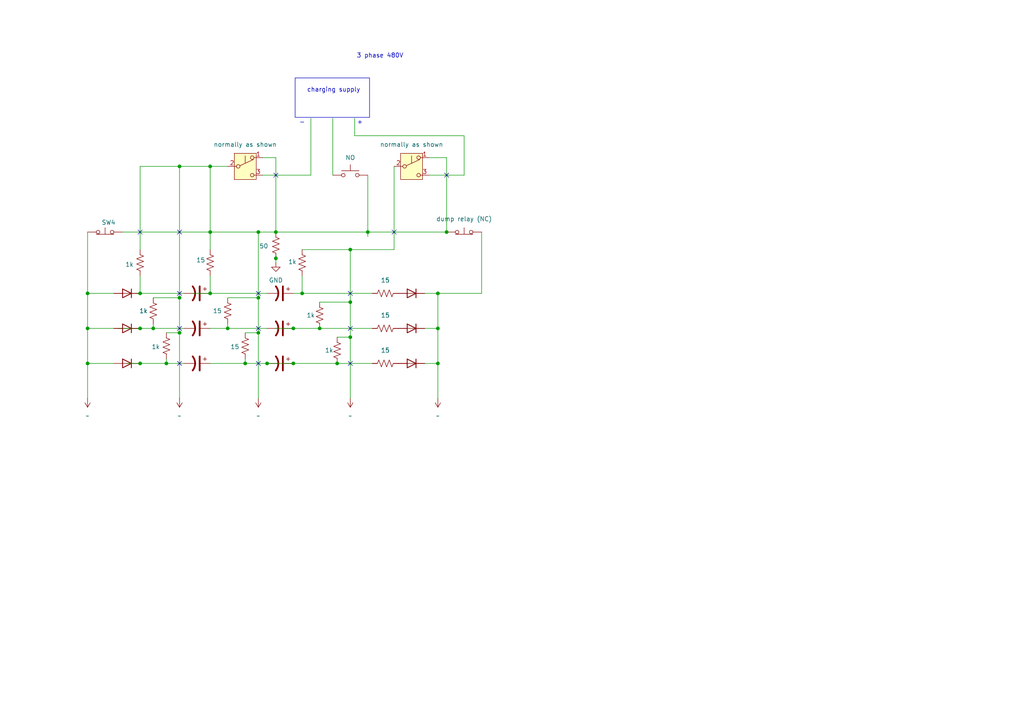
<source format=kicad_sch>
(kicad_sch (version 20231120) (generator "eeschema") (generator_version "8.0")
  (paper "A4")
  (lib_symbols
    (symbol "Device:C_Polarized_US" (pin_numbers hide) (pin_names (offset 0.254) hide)
      (property "Reference" "C" (at 0.635 2.54 0))
      (property "Value" "C_Polarized_US" (at 0.635 -2.54 0))
      (symbol "C_Polarized_US_0_1"
        (polyline (pts (xy -2.032 0.762) (xy 2.032 0.762)) (stroke (width 0.508)))
        (polyline (pts (xy -1.778 2.286) (xy -0.762 2.286)))
        (polyline (pts (xy -1.27 1.778) (xy -1.27 2.794)))
        (arc (start 2.032 -1.27) (mid 0 -0.5572) (end -2.032 -1.27) (stroke (width 0.508)))
      )
      (symbol "C_Polarized_US_1_1"
        (pin passive line (at 0 3.81 270) (length 2.794) (name "~") (number "1"))
        (pin passive line (at 0 -3.81 90) (length 3.302) (name "~") (number "2"))
      )
    )
    (symbol "Device:D" (pin_numbers hide) (pin_names (offset 1.016) hide)
      (property "Reference" "D" (at 0 2.54 0))
      (property "Value" "D" (at 0 -2.54 0))
      (symbol "D_0_1"
        (polyline (pts (xy -1.27 1.27) (xy -1.27 -1.27)) (stroke (width 0.254)))
        (polyline (pts (xy 1.27 0) (xy -1.27 0)))
        (polyline (pts (xy 1.27 1.27) (xy 1.27 -1.27) (xy -1.27 0) (xy 1.27 1.27)) (stroke (width 0.254)))
      )
      (symbol "D_1_1"
        (pin passive line (at -3.81 0 0) (length 2.54) (name "K") (number "1"))
        (pin passive line (at 3.81 0 180) (length 2.54) (name "A") (number "2"))
      )
    )
    (symbol "Device:R_US" (pin_numbers hide) (pin_names (offset 0))
      (property "Reference" "R" (at 2.54 0 90))
      (property "Value" "R_US" (at -2.54 0 90))
      (symbol "R_US_0_1"
        (polyline (pts (xy 0 -2.286) (xy 0 -2.54)))
        (polyline (pts (xy 0 2.286) (xy 0 2.54)))
        (polyline (pts (xy 0 -0.762) (xy 1.016 -1.143) (xy 0 -1.524) (xy -1.016 -1.905) (xy 0 -2.286)))
        (polyline (pts (xy 0 0.762) (xy 1.016 0.381) (xy 0 0) (xy -1.016 -0.381) (xy 0 -0.762)))
        (polyline (pts (xy 0 2.286) (xy 1.016 1.905) (xy 0 1.524) (xy -1.016 1.143) (xy 0 0.762)))
      )
      (symbol "R_US_1_1"
        (pin passive line (at 0 3.81 270) (length 1.27) (name "~") (number "1"))
        (pin passive line (at 0 -3.81 90) (length 1.27) (name "~") (number "2"))
      )
    )
    (symbol "Switch:SW_Push" (pin_numbers hide) (pin_names (offset 1.016) hide)
      (property "Reference" "SW" (at 1.27 2.54 0))
      (property "Value" "SW_Push" (at 0 -1.524 0))
      (symbol "SW_Push_0_1"
        (circle (center -2.032 0) (radius 0.508))
        (polyline (pts (xy 0 1.27) (xy 0 3.048)))
        (polyline (pts (xy 2.54 1.27) (xy -2.54 1.27)))
        (circle (center 2.032 0) (radius 0.508))
        (pin passive line (at -5.08 0 0) (length 2.54) (name "1") (number "1"))
        (pin passive line (at 5.08 0 180) (length 2.54) (name "2") (number "2"))
      )
    )
    (symbol "Switch:SW_Push_Open" (pin_numbers hide) (pin_names (offset 1.016) hide)
      (property "Reference" "SW" (at 0 2.54 0))
      (property "Value" "SW_Push_Open" (at 0 -1.905 0))
      (symbol "SW_Push_Open_0_1"
        (circle (center -2.032 0) (radius 0.508))
        (polyline (pts (xy -2.54 -0.635) (xy 2.54 -0.635)))
        (polyline (pts (xy 0 -0.635) (xy 0 1.27)))
        (circle (center 2.032 0) (radius 0.508))
        (pin passive line (at -5.08 0 0) (length 2.54) (name "A") (number "1"))
      )
      (symbol "SW_Push_Open_1_1"
        (pin passive line (at 5.08 0 180) (length 2.54) (name "B") (number "2"))
      )
    )
    (symbol "Switch:SW_Push_SPDT" (pin_names (offset 0) hide)
      (property "Reference" "SW" (at 0 5.08 0))
      (property "Value" "SW_Push_SPDT" (at 0 -5.08 0))
      (symbol "SW_Push_SPDT_0_0"
        (circle (center -2.032 0) (radius 0.508))
        (polyline (pts (xy 0 1.016) (xy 0 3.048)))
        (circle (center 2.032 -2.54) (radius 0.508))
      )
      (symbol "SW_Push_SPDT_0_1"
        (polyline (pts (xy -1.524 0.2032) (xy 2.3368 1.9812)))
        (circle (center 2.032 2.54) (radius 0.508))
      )
      (symbol "SW_Push_SPDT_1_1"
        (rectangle (start -3.175 3.81) (end 3.175 -3.81) (fill (type background)))
        (pin passive line (at 5.08 2.54 180) (length 2.54) (name "A") (number "1"))
        (pin passive line (at -5.08 0 0) (length 2.54) (name "B") (number "2"))
        (pin passive line (at 5.08 -2.54 180) (length 2.54) (name "C") (number "3"))
      )
    )
    (symbol "power:GND" (power) (pin_numbers hide) (pin_names (offset 0) hide)
      (property "Value" "GND" (at 0 -3.81 0))
      (symbol "GND_0_1"
        (polyline (pts (xy 0 0) (xy 0 -1.27) (xy 1.27 -1.27) (xy 0 -2.54) (xy -1.27 -1.27) (xy 0 -1.27)))
      )
      (symbol "GND_1_1"
        (pin power_in line (at 0 0 270) (length 0) (name "~") (number "1"))
      )
    )
    (symbol "power:VBUS" (power) (pin_numbers hide) (pin_names (offset 0) hide)
      (property "Value" "VBUS" (at 0 3.556 0))
      (symbol "VBUS_0_1"
        (polyline (pts (xy -0.762 1.27) (xy 0 2.54)))
        (polyline (pts (xy 0 0) (xy 0 2.54)))
        (polyline (pts (xy 0 2.54) (xy 0.762 1.27)))
      )
      (symbol "VBUS_1_1"
        (pin power_in line (at 0 0 90) (length 0) (name "~") (number "1"))
      )
    )
  )
  (junction (at 101.6 87.63))
  (junction (at 60.96 67.31))
  (junction (at 85.09 95.25))
  (junction (at 101.6 72.39))
  (junction (at 77.47 105.41))
  (junction (at 97.79 105.41))
  (junction (at 40.64 85.09))
  (junction (at 25.4 85.09))
  (junction (at 127 85.09))
  (junction (at 52.07 48.26))
  (junction (at 85.09 105.41))
  (junction (at 74.93 96.52))
  (junction (at 40.64 105.41))
  (junction (at 52.07 96.52))
  (junction (at 129.54 67.31))
  (junction (at 66.04 95.25))
  (junction (at 40.64 95.25))
  (junction (at 74.93 67.31))
  (junction (at 101.6 97.79))
  (junction (at 87.63 85.09))
  (junction (at 52.07 86.36))
  (junction (at 127 95.25))
  (junction (at 127 105.41))
  (junction (at 106.68 67.31))
  (junction (at 60.96 48.26))
  (junction (at 74.93 86.36))
  (junction (at 80.01 67.31))
  (junction (at 25.4 95.25))
  (junction (at 60.96 85.09))
  (junction (at 25.4 105.41))
  (junction (at 80.01 74.93))
  (junction (at 71.12 105.41))
  (junction (at 48.26 105.41))
  (junction (at 44.45 95.25))
  (junction (at 92.71 95.25))
  (no_connect (at 52.07 67.31))
  (no_connect (at 74.93 95.25))
  (no_connect (at 80.01 50.8))
  (no_connect (at 40.64 67.31))
  (no_connect (at 52.07 95.25))
  (no_connect (at 52.07 105.41))
  (no_connect (at 129.54 50.8))
  (no_connect (at 74.93 105.41))
  (no_connect (at 101.6 95.25))
  (no_connect (at 101.6 105.41))
  (no_connect (at 114.3 67.31))
  (no_connect (at 74.93 85.09))
  (no_connect (at 101.6 85.09))
  (no_connect (at 52.07 85.09))
  (wire (pts (xy 40.64 48.26) (xy 40.64 72.39)))
  (wire (pts (xy 71.12 105.41) (xy 71.12 104.14)))
  (wire (pts (xy 44.45 95.25) (xy 53.34 95.25)))
  (wire (pts (xy 52.07 96.52) (xy 52.07 115.57)))
  (wire (pts (xy 25.4 95.25) (xy 25.4 105.41)))
  (wire (pts (xy 66.04 86.36) (xy 74.93 86.36)))
  (wire (pts (xy 40.64 85.09) (xy 53.34 85.09)))
  (wire (pts (xy 92.71 95.25) (xy 107.95 95.25)))
  (wire (pts (xy 25.4 95.25) (xy 33.02 95.25)))
  (wire (pts (xy 60.96 105.41) (xy 71.12 105.41)))
  (wire (pts (xy 123.19 85.09) (xy 127 85.09)))
  (wire (pts (xy 76.2 50.8) (xy 90.17 50.8)))
  (wire (pts (xy 74.93 67.31) (xy 74.93 86.36)))
  (wire (pts (xy 25.4 85.09) (xy 33.02 85.09)))
  (wire (pts (xy 80.01 74.93) (xy 80.01 76.2)))
  (wire (pts (xy 97.79 97.79) (xy 101.6 97.79)))
  (wire (pts (xy 40.64 95.25) (xy 44.45 95.25)))
  (wire (pts (xy 127 85.09) (xy 127 95.25)))
  (wire (pts (xy 66.04 95.25) (xy 66.04 93.98)))
  (wire (pts (xy 55.88 85.09) (xy 60.96 85.09)))
  (wire (pts (xy 71.12 96.52) (xy 74.93 96.52)))
  (wire (pts (xy 87.63 85.09) (xy 107.95 85.09)))
  (wire (pts (xy 25.4 105.41) (xy 33.02 105.41)))
  (wire (pts (xy 44.45 86.36) (xy 52.07 86.36)))
  (wire (pts (xy 87.63 80.01) (xy 87.63 85.09)))
  (wire (pts (xy 80.01 67.31) (xy 106.68 67.31)))
  (wire (pts (xy 52.07 86.36) (xy 52.07 96.52)))
  (wire (pts (xy 60.96 67.31) (xy 60.96 72.39)))
  (wire (pts (xy 139.7 67.31) (xy 139.7 85.09)))
  (wire (pts (xy 40.64 48.26) (xy 52.07 48.26)))
  (wire (pts (xy 97.79 105.41) (xy 107.95 105.41)))
  (wire (pts (xy 80.01 73.66) (xy 80.01 74.93)))
  (wire (pts (xy 139.7 85.09) (xy 127 85.09)))
  (wire (pts (xy 74.93 67.31) (xy 80.01 67.31)))
  (wire (pts (xy 114.3 72.39) (xy 101.6 72.39)))
  (wire (pts (xy 101.6 87.63) (xy 101.6 97.79)))
  (wire (pts (xy 66.04 95.25) (xy 77.47 95.25)))
  (wire (pts (xy 124.46 50.8) (xy 134.62 50.8)))
  (wire (pts (xy 25.4 105.41) (xy 25.4 115.57)))
  (wire (pts (xy 52.07 48.26) (xy 60.96 48.26)))
  (wire (pts (xy 40.64 80.01) (xy 40.64 85.09)))
  (wire (pts (xy 127 95.25) (xy 127 105.41)))
  (wire (pts (xy 87.63 72.39) (xy 101.6 72.39)))
  (wire (pts (xy 60.96 48.26) (xy 66.04 48.26)))
  (wire (pts (xy 77.47 105.41) (xy 85.09 105.41)))
  (wire (pts (xy 96.52 34.29) (xy 96.52 50.8)))
  (wire (pts (xy 60.96 48.26) (xy 60.96 67.31)))
  (wire (pts (xy 52.07 48.26) (xy 52.07 86.36)))
  (wire (pts (xy 25.4 67.31) (xy 25.4 85.09)))
  (wire (pts (xy 102.87 34.29) (xy 102.87 39.37)))
  (wire (pts (xy 127 105.41) (xy 127 115.57)))
  (wire (pts (xy 92.71 87.63) (xy 101.6 87.63)))
  (wire (pts (xy 80.01 45.72) (xy 80.01 67.31)))
  (wire (pts (xy 36.83 105.41) (xy 40.64 105.41)))
  (wire (pts (xy 60.96 85.09) (xy 77.47 85.09)))
  (wire (pts (xy 123.19 95.25) (xy 127 95.25)))
  (wire (pts (xy 40.64 105.41) (xy 48.26 105.41)))
  (wire (pts (xy 106.68 67.31) (xy 129.54 67.31)))
  (wire (pts (xy 129.54 67.31) (xy 129.54 45.72)))
  (wire (pts (xy 114.3 48.26) (xy 114.3 72.39)))
  (wire (pts (xy 127 105.41) (xy 123.19 105.41)))
  (wire (pts (xy 35.56 67.31) (xy 60.96 67.31)))
  (wire (pts (xy 60.96 67.31) (xy 74.93 67.31)))
  (wire (pts (xy 134.62 50.8) (xy 134.62 39.37)))
  (wire (pts (xy 44.45 93.98) (xy 44.45 95.25)))
  (wire (pts (xy 39.37 85.09) (xy 40.64 85.09)))
  (wire (pts (xy 71.12 105.41) (xy 77.47 105.41)))
  (wire (pts (xy 85.09 95.25) (xy 92.71 95.25)))
  (wire (pts (xy 106.68 68.58) (xy 106.68 67.31)))
  (wire (pts (xy 60.96 95.25) (xy 66.04 95.25)))
  (wire (pts (xy 85.09 85.09) (xy 87.63 85.09)))
  (wire (pts (xy 76.2 45.72) (xy 80.01 45.72)))
  (wire (pts (xy 134.62 39.37) (xy 102.87 39.37)))
  (wire (pts (xy 34.29 95.25) (xy 40.64 95.25)))
  (wire (pts (xy 106.68 50.8) (xy 106.68 67.31)))
  (wire (pts (xy 129.54 45.72) (xy 124.46 45.72)))
  (wire (pts (xy 74.93 96.52) (xy 74.93 115.57)))
  (wire (pts (xy 52.07 96.52) (xy 48.26 96.52)))
  (wire (pts (xy 25.4 85.09) (xy 25.4 95.25)))
  (wire (pts (xy 101.6 97.79) (xy 101.6 115.57)))
  (wire (pts (xy 85.09 105.41) (xy 97.79 105.41)))
  (wire (pts (xy 80.01 95.25) (xy 85.09 95.25)))
  (wire (pts (xy 48.26 105.41) (xy 48.26 104.14)))
  (wire (pts (xy 48.26 105.41) (xy 53.34 105.41)))
  (wire (pts (xy 90.17 34.29) (xy 90.17 50.8)))
  (wire (pts (xy 60.96 80.01) (xy 60.96 85.09)))
  (wire (pts (xy 101.6 72.39) (xy 101.6 87.63)))
  (wire (pts (xy 74.93 86.36) (xy 74.93 96.52)))
  (rectangle (start 85.598 22.606) (end 107.188 34.036))
  (text "+" (at 104.394 35.56 0) (effects (font (size 1.27 1.27))))
  (text "charging supply" (at 96.774 26.162 0) (effects (font (size 1.27 1.27))))
  (text "3 phase 480V" (at 110.236 16.256 0) (effects (font (size 1.27 1.27))))
  (text "-" (at 87.63 35.56 0) (effects (font (size 1.27 1.27))))
  (symbol (lib_id "Device:R_US") (at 111.76 105.41 270) (unit 1)
    (property "Reference" "R7" (effects (hide yes)))
    (property "Value" "15" (at 111.76 101.6 90))
    (property "Description" "Resistor, US symbol" (effects (hide yes)))
  )
  (symbol (lib_id "Device:R_US") (at 111.76 95.25 270) (unit 1)
    (property "Reference" "R6" (effects (hide yes)))
    (property "Value" "15" (at 111.76 91.44 90))
    (property "Description" "Resistor, US symbol" (effects (hide yes)))
  )
  (symbol (lib_id "Switch:SW_Push_SPDT") (at 71.12 48.26 0) (unit 1)
    (property "Reference" "SW1" (effects (hide yes)))
    (property "Value" "normally as shown" (at 71.12 41.91 0))
    (property "Description" "Momentary Switch, single pole double throw" (effects (hide yes)))
  )
  (symbol (lib_id "power:VBUS") (at 127 115.57 0) (mirror x) (unit 1)
    (property "Reference" "#PWR05" (effects (hide yes)))
    (property "Value" "~" (at 127 120.65 0))
    (property "Description" "Power symbol creates a global label with name \"VBUS\"" (effects (hide yes)))
  )
  (symbol (lib_id "Device:R_US") (at 80.01 71.12 0) (unit 1)
    (property "Reference" "R8" (effects (hide yes)))
    (property "Value" "50" (at 75.184 71.374 0) (effects (justify left)))
    (property "Description" "Resistor, US symbol" (effects (hide yes)))
  )
  (symbol (lib_id "Device:R_US") (at 40.64 76.2 0) (unit 1)
    (property "Reference" "R1" (effects (hide yes)))
    (property "Value" "1k" (at 36.322 76.708 0) (effects (justify left)))
    (property "Description" "Resistor, US symbol" (effects (hide yes)))
  )
  (symbol (lib_id "Device:R_US") (at 87.63 76.2 0) (unit 1)
    (property "Reference" "R2" (effects (hide yes)))
    (property "Value" "1k" (at 83.566 75.946 0) (effects (justify left)))
    (property "Description" "Resistor, US symbol" (effects (hide yes)))
  )
  (symbol (lib_id "Device:C_Polarized_US") (at 57.15 105.41 270) (unit 1)
    (property "Reference" "C3" (effects (hide yes)))
    (property "Value" "C_Polarized_US" (effects (hide yes)))
    (property "Description" "Polarized capacitor, US symbol" (effects (hide yes)))
  )
  (symbol (lib_id "Device:R_US") (at 71.12 100.33 0) (unit 1)
    (property "Reference" "15ohms" (effects (hide yes)))
    (property "Value" "15" (at 66.802 100.584 0) (effects (justify left)))
    (property "Description" "Resistor, US symbol" (effects (hide yes)))
  )
  (symbol (lib_id "power:VBUS") (at 101.6 115.57 0) (mirror x) (unit 1)
    (property "Reference" "#PWR04" (effects (hide yes)))
    (property "Value" "~" (at 101.6 120.65 0))
    (property "Description" "Power symbol creates a global label with name \"VBUS\"" (effects (hide yes)))
  )
  (symbol (lib_id "power:VBUS") (at 25.4 115.57 0) (mirror x) (unit 1)
    (property "Reference" "#PWR01" (effects (hide yes)))
    (property "Value" "~" (at 25.4 120.65 0))
    (property "Description" "Power symbol creates a global label with name \"VBUS\"" (effects (hide yes)))
  )
  (symbol (lib_id "power:VBUS") (at 74.93 115.57 0) (mirror x) (unit 1)
    (property "Reference" "#PWR03" (effects (hide yes)))
    (property "Value" "~" (at 74.93 120.65 0))
    (property "Description" "Power symbol creates a global label with name \"VBUS\"" (effects (hide yes)))
  )
  (symbol (lib_id "Switch:SW_Push") (at 101.6 50.8 0) (unit 1)
    (property "Reference" "SW3" (effects (hide yes)))
    (property "Value" "NO" (at 101.6 45.72 0))
    (property "Description" "Push button switch, generic, two pins" (effects (hide yes)))
  )
  (symbol (lib_id "Device:C_Polarized_US") (at 81.28 85.09 270) (unit 1)
    (property "Reference" "C4" (effects (hide yes)))
    (property "Value" "C_Polarized_US" (effects (hide yes)))
    (property "Description" "Polarized capacitor, US symbol" (effects (hide yes)))
  )
  (symbol (lib_id "Device:C_Polarized_US") (at 57.15 85.09 270) (unit 1)
    (property "Reference" "C1" (effects (hide yes)))
    (property "Value" "C_Polarized_US" (effects (hide yes)))
    (property "Description" "Polarized capacitor, US symbol" (effects (hide yes)))
  )
  (symbol (lib_id "Device:R_US") (at 92.71 91.44 0) (unit 1)
    (property "Reference" "R3" (effects (hide yes)))
    (property "Value" "1k" (at 88.9 91.44 0) (effects (justify left)))
    (property "Description" "Resistor, US symbol" (effects (hide yes)))
  )
  (symbol (lib_id "Device:C_Polarized_US") (at 81.28 105.41 270) (unit 1)
    (property "Reference" "C6" (effects (hide yes)))
    (property "Value" "C_Polarized_US" (effects (hide yes)))
    (property "Description" "Polarized capacitor, US symbol" (effects (hide yes)))
  )
  (symbol (lib_id "Device:D") (at 119.38 85.09 0) (mirror y) (unit 1)
    (property "Reference" "D7" (effects (hide yes)))
    (property "Value" "D" (effects (hide yes)))
    (property "Description" "Diode" (effects (hide yes)))
    (property "Sim.Device" "D" (effects (hide yes)))
    (property "Sim.Pins" "1=K 2=A" (effects (hide yes)))
  )
  (symbol (lib_id "Device:C_Polarized_US") (at 57.15 95.25 270) (unit 1)
    (property "Reference" "C2" (effects (hide yes)))
    (property "Value" "C_Polarized_US" (effects (hide yes)))
    (property "Description" "Polarized capacitor, US symbol" (effects (hide yes)))
  )
  (symbol (lib_id "Device:D") (at 119.38 105.41 0) (mirror y) (unit 1)
    (property "Reference" "D9" (effects (hide yes)))
    (property "Value" "D" (effects (hide yes)))
    (property "Description" "Diode" (effects (hide yes)))
    (property "Sim.Device" "D" (effects (hide yes)))
    (property "Sim.Pins" "1=K 2=A" (effects (hide yes)))
  )
  (symbol (lib_id "Device:D") (at 36.83 85.09 0) (mirror y) (unit 1)
    (property "Reference" "D1" (effects (hide yes)))
    (property "Value" "D" (effects (hide yes)))
    (property "Description" "Diode" (effects (hide yes)))
    (property "Sim.Device" "D" (effects (hide yes)))
    (property "Sim.Pins" "1=K 2=A" (effects (hide yes)))
  )
  (symbol (lib_id "Device:D") (at 36.83 105.41 0) (mirror y) (unit 1)
    (property "Reference" "D3" (effects (hide yes)))
    (property "Value" "D" (effects (hide yes)))
    (property "Description" "Diode" (effects (hide yes)))
    (property "Sim.Device" "D" (effects (hide yes)))
    (property "Sim.Pins" "1=K 2=A" (effects (hide yes)))
  )
  (symbol (lib_id "Device:R_US") (at 66.04 90.17 0) (unit 1)
    (property "Reference" "15ohms" (effects (hide yes)))
    (property "Value" "15" (at 61.722 90.17 0) (effects (justify left)))
    (property "Description" "Resistor, US symbol" (effects (hide yes)))
  )
  (symbol (lib_id "power:VBUS") (at 52.07 115.57 0) (mirror x) (unit 1)
    (property "Reference" "#PWR02" (effects (hide yes)))
    (property "Value" "~" (at 52.07 120.65 0))
    (property "Description" "Power symbol creates a global label with name \"VBUS\"" (effects (hide yes)))
  )
  (symbol (lib_id "Device:D") (at 36.83 95.25 0) (mirror y) (unit 1)
    (property "Reference" "D2" (effects (hide yes)))
    (property "Value" "D" (effects (hide yes)))
    (property "Description" "Diode" (effects (hide yes)))
    (property "Sim.Device" "D" (effects (hide yes)))
    (property "Sim.Pins" "1=K 2=A" (effects (hide yes)))
  )
  (symbol (lib_id "Device:R_US") (at 44.45 90.17 0) (unit 1)
    (property "Reference" "1k" (at 40.386 90.17 0) (effects (justify left)))
    (property "Value" "R_US" (effects (hide yes)))
    (property "Description" "Resistor, US symbol" (effects (hide yes)))
  )
  (symbol (lib_id "Switch:SW_Push_Open") (at 134.62 67.31 0) (unit 1)
    (property "Reference" "SW5" (effects (hide yes)))
    (property "Value" "dump relay (NC)" (at 134.62 63.5 0))
    (property "Description" "Push button switch, push-to-open, generic, two pins" (effects (hide yes)))
  )
  (symbol (lib_id "Device:D") (at 119.38 95.25 0) (mirror y) (unit 1)
    (property "Reference" "D8" (effects (hide yes)))
    (property "Value" "D" (effects (hide yes)))
    (property "Description" "Diode" (effects (hide yes)))
    (property "Sim.Device" "D" (effects (hide yes)))
    (property "Sim.Pins" "1=K 2=A" (effects (hide yes)))
  )
  (symbol (lib_id "Device:R_US") (at 111.76 85.09 270) (unit 1)
    (property "Reference" "R5" (effects (hide yes)))
    (property "Value" "15" (at 111.76 81.28 90))
    (property "Description" "Resistor, US symbol" (effects (hide yes)))
  )
  (symbol (lib_id "Device:R_US") (at 60.96 76.2 0) (unit 1)
    (property "Reference" "R" (effects (hide yes)))
    (property "Value" "15" (at 56.896 75.438 0) (effects (justify left)))
    (property "Description" "Resistor, US symbol" (effects (hide yes)))
  )
  (symbol (lib_id "power:GND") (at 80.01 76.2 0) (unit 1)
    (property "Reference" "#PWR06" (effects (hide yes)))
    (property "Value" "GND" (at 80.01 81.28 0))
    (property "Description" "Power symbol creates a global label with name \"GND\" , ground" (effects (hide yes)))
  )
  (symbol (lib_id "Switch:SW_Push_Open") (at 30.48 67.31 0) (unit 1)
    (property "Reference" "SW4" (at 31.496 64.516 0))
    (property "Value" "SW_Push_Open" (effects (hide yes)))
    (property "Description" "Push button switch, push-to-open, generic, two pins" (effects (hide yes)))
  )
  (symbol (lib_id "Switch:SW_Push_SPDT") (at 119.38 48.26 0) (unit 1)
    (property "Reference" "SW2" (effects (hide yes)))
    (property "Value" "normally as shown" (at 119.38 41.91 0))
    (property "Description" "Momentary Switch, single pole double throw" (effects (hide yes)))
  )
  (symbol (lib_id "Device:R_US") (at 48.26 100.33 0) (unit 1)
    (property "Reference" "1k" (at 43.942 100.584 0) (effects (justify left)))
    (property "Value" "R_US" (effects (hide yes)))
    (property "Description" "Resistor, US symbol" (effects (hide yes)))
  )
  (symbol (lib_id "Device:R_US") (at 97.79 101.6 0) (unit 1)
    (property "Reference" "R4" (effects (hide yes)))
    (property "Value" "1k" (at 94.234 101.6 0) (effects (justify left)))
    (property "Description" "Resistor, US symbol" (effects (hide yes)))
  )
  (symbol (lib_id "Device:C_Polarized_US") (at 81.28 95.25 270) (unit 1)
    (property "Reference" "C5" (effects (hide yes)))
    (property "Value" "C_Polarized_US" (effects (hide yes)))
    (property "Description" "Polarized capacitor, US symbol" (effects (hide yes)))
  )
)
</source>
